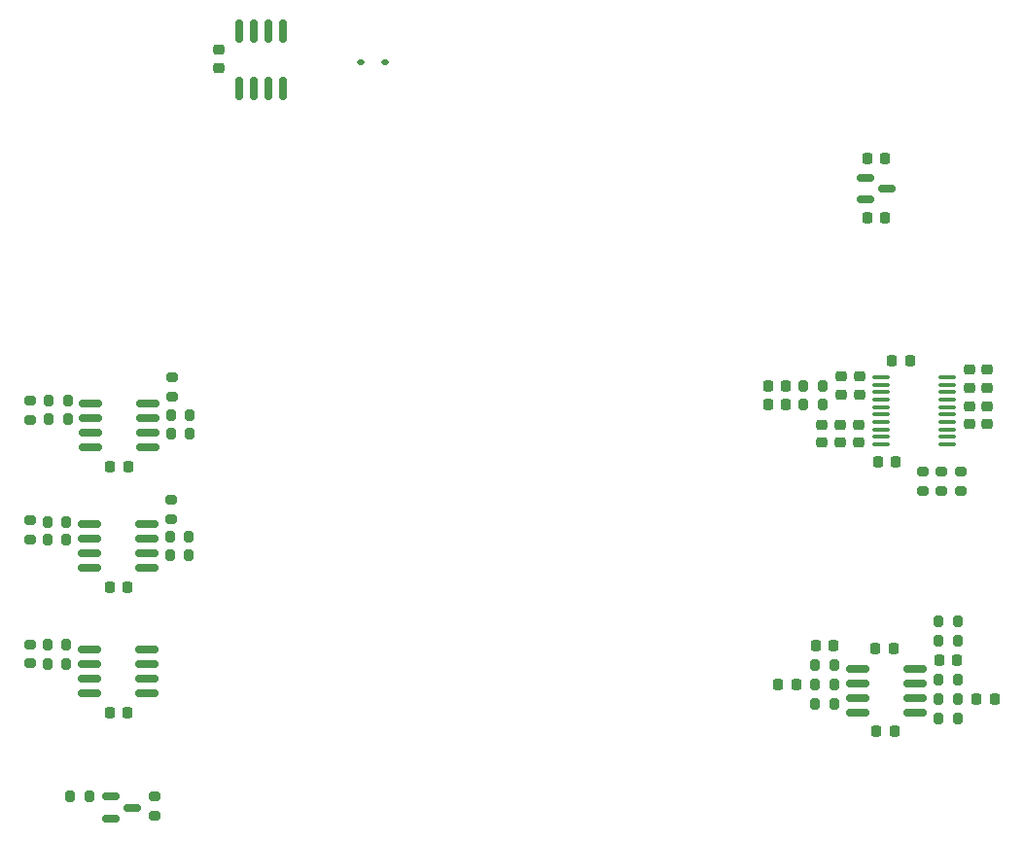
<source format=gbr>
%TF.GenerationSoftware,KiCad,Pcbnew,7.0.2*%
%TF.CreationDate,2023-08-30T16:48:59+01:00*%
%TF.ProjectId,dk2_02_bottom,646b325f-3032-45f6-926f-74746f6d2e6b,rev?*%
%TF.SameCoordinates,Original*%
%TF.FileFunction,Paste,Top*%
%TF.FilePolarity,Positive*%
%FSLAX46Y46*%
G04 Gerber Fmt 4.6, Leading zero omitted, Abs format (unit mm)*
G04 Created by KiCad (PCBNEW 7.0.2) date 2023-08-30 16:48:59*
%MOMM*%
%LPD*%
G01*
G04 APERTURE LIST*
G04 Aperture macros list*
%AMRoundRect*
0 Rectangle with rounded corners*
0 $1 Rounding radius*
0 $2 $3 $4 $5 $6 $7 $8 $9 X,Y pos of 4 corners*
0 Add a 4 corners polygon primitive as box body*
4,1,4,$2,$3,$4,$5,$6,$7,$8,$9,$2,$3,0*
0 Add four circle primitives for the rounded corners*
1,1,$1+$1,$2,$3*
1,1,$1+$1,$4,$5*
1,1,$1+$1,$6,$7*
1,1,$1+$1,$8,$9*
0 Add four rect primitives between the rounded corners*
20,1,$1+$1,$2,$3,$4,$5,0*
20,1,$1+$1,$4,$5,$6,$7,0*
20,1,$1+$1,$6,$7,$8,$9,0*
20,1,$1+$1,$8,$9,$2,$3,0*%
G04 Aperture macros list end*
%ADD10RoundRect,0.112500X0.187500X0.112500X-0.187500X0.112500X-0.187500X-0.112500X0.187500X-0.112500X0*%
%ADD11RoundRect,0.200000X0.275000X-0.200000X0.275000X0.200000X-0.275000X0.200000X-0.275000X-0.200000X0*%
%ADD12RoundRect,0.200000X-0.200000X-0.275000X0.200000X-0.275000X0.200000X0.275000X-0.200000X0.275000X0*%
%ADD13RoundRect,0.200000X0.200000X0.275000X-0.200000X0.275000X-0.200000X-0.275000X0.200000X-0.275000X0*%
%ADD14RoundRect,0.100000X-0.637500X-0.100000X0.637500X-0.100000X0.637500X0.100000X-0.637500X0.100000X0*%
%ADD15RoundRect,0.150000X0.150000X-0.825000X0.150000X0.825000X-0.150000X0.825000X-0.150000X-0.825000X0*%
%ADD16RoundRect,0.200000X-0.275000X0.200000X-0.275000X-0.200000X0.275000X-0.200000X0.275000X0.200000X0*%
%ADD17RoundRect,0.225000X0.225000X0.250000X-0.225000X0.250000X-0.225000X-0.250000X0.225000X-0.250000X0*%
%ADD18RoundRect,0.225000X-0.250000X0.225000X-0.250000X-0.225000X0.250000X-0.225000X0.250000X0.225000X0*%
%ADD19RoundRect,0.225000X-0.225000X-0.250000X0.225000X-0.250000X0.225000X0.250000X-0.225000X0.250000X0*%
%ADD20RoundRect,0.150000X-0.825000X-0.150000X0.825000X-0.150000X0.825000X0.150000X-0.825000X0.150000X0*%
%ADD21RoundRect,0.225000X0.250000X-0.225000X0.250000X0.225000X-0.250000X0.225000X-0.250000X-0.225000X0*%
%ADD22RoundRect,0.150000X-0.587500X-0.150000X0.587500X-0.150000X0.587500X0.150000X-0.587500X0.150000X0*%
G04 APERTURE END LIST*
D10*
%TO.C,D1*%
X131282323Y-56200000D03*
X129182323Y-56200000D03*
%TD*%
D11*
%TO.C,R11*%
X178100000Y-93525000D03*
X178100000Y-91875000D03*
%TD*%
D12*
%TO.C,R8*%
X179500000Y-106600000D03*
X181150000Y-106600000D03*
%TD*%
D13*
%TO.C,R2*%
X181150000Y-113400000D03*
X179500000Y-113400000D03*
%TD*%
D14*
%TO.C,U4*%
X174525000Y-83650000D03*
X174525000Y-84300000D03*
X174525000Y-84950000D03*
X174525000Y-85600000D03*
X174525000Y-86250000D03*
X174525000Y-86900000D03*
X174525000Y-87550000D03*
X174525000Y-88200000D03*
X174525000Y-88850000D03*
X174525000Y-89500000D03*
X180250000Y-89500000D03*
X180250000Y-88850000D03*
X180250000Y-88200000D03*
X180250000Y-87550000D03*
X180250000Y-86900000D03*
X180250000Y-86250000D03*
X180250000Y-85600000D03*
X180250000Y-84950000D03*
X180250000Y-84300000D03*
X180250000Y-83650000D03*
%TD*%
D15*
%TO.C,U8*%
X118627323Y-58475000D03*
X119897323Y-58475000D03*
X121167323Y-58475000D03*
X122437323Y-58475000D03*
X122437323Y-53525000D03*
X121167323Y-53525000D03*
X119897323Y-53525000D03*
X118627323Y-53525000D03*
%TD*%
D12*
%TO.C,R14*%
X103875000Y-120135000D03*
X105525000Y-120135000D03*
%TD*%
D11*
%TO.C,R10*%
X179750000Y-93525000D03*
X179750000Y-91875000D03*
%TD*%
D16*
%TO.C,R19*%
X100375000Y-85735000D03*
X100375000Y-87385000D03*
%TD*%
D17*
%TO.C,C3*%
X184350000Y-111700000D03*
X182800000Y-111700000D03*
%TD*%
D18*
%TO.C,C20*%
X171050000Y-83600000D03*
X171050000Y-85150000D03*
%TD*%
%TO.C,C16*%
X183750000Y-83000000D03*
X183750000Y-84550000D03*
%TD*%
D19*
%TO.C,C4*%
X173300000Y-69800000D03*
X174850000Y-69800000D03*
%TD*%
%TO.C,C1*%
X173300000Y-64600000D03*
X174850000Y-64600000D03*
%TD*%
D20*
%TO.C,U3*%
X172475000Y-109030000D03*
X172475000Y-110300000D03*
X172475000Y-111570000D03*
X172475000Y-112840000D03*
X177425000Y-112840000D03*
X177425000Y-111570000D03*
X177425000Y-110300000D03*
X177425000Y-109030000D03*
%TD*%
D19*
%TO.C,C2*%
X165550000Y-110400000D03*
X167100000Y-110400000D03*
%TD*%
D18*
%TO.C,C11*%
X169350000Y-87800000D03*
X169350000Y-89350000D03*
%TD*%
D12*
%TO.C,R3*%
X168750000Y-110400000D03*
X170400000Y-110400000D03*
%TD*%
D11*
%TO.C,R20*%
X112775000Y-85335000D03*
X112775000Y-83685000D03*
%TD*%
D18*
%TO.C,C14*%
X182150000Y-83000000D03*
X182150000Y-84550000D03*
%TD*%
D13*
%TO.C,R13*%
X169400000Y-86000000D03*
X167750000Y-86000000D03*
%TD*%
D20*
%TO.C,U5*%
X105675000Y-85935000D03*
X105675000Y-87205000D03*
X105675000Y-88475000D03*
X105675000Y-89745000D03*
X110625000Y-89745000D03*
X110625000Y-88475000D03*
X110625000Y-87205000D03*
X110625000Y-85935000D03*
%TD*%
D18*
%TO.C,C17*%
X182150000Y-86200000D03*
X182150000Y-87750000D03*
%TD*%
D13*
%TO.C,R17*%
X103675000Y-87335000D03*
X102025000Y-87335000D03*
%TD*%
D12*
%TO.C,R1*%
X168750000Y-112100000D03*
X170400000Y-112100000D03*
%TD*%
D11*
%TO.C,R15*%
X111275000Y-121835000D03*
X111275000Y-120185000D03*
%TD*%
D13*
%TO.C,R21*%
X103675000Y-85735000D03*
X102025000Y-85735000D03*
%TD*%
D17*
%TO.C,C23*%
X108875000Y-101935000D03*
X107325000Y-101935000D03*
%TD*%
D12*
%TO.C,R22*%
X112575000Y-99135000D03*
X114225000Y-99135000D03*
%TD*%
D13*
%TO.C,R6*%
X181150000Y-110000000D03*
X179500000Y-110000000D03*
%TD*%
D12*
%TO.C,R16*%
X112675000Y-88535000D03*
X114325000Y-88535000D03*
%TD*%
D13*
%TO.C,R23*%
X103575000Y-97835000D03*
X101925000Y-97835000D03*
%TD*%
D20*
%TO.C,U7*%
X105600000Y-107330000D03*
X105600000Y-108600000D03*
X105600000Y-109870000D03*
X105600000Y-111140000D03*
X110550000Y-111140000D03*
X110550000Y-109870000D03*
X110550000Y-108600000D03*
X110550000Y-107330000D03*
%TD*%
D13*
%TO.C,R28*%
X103575000Y-108635000D03*
X101925000Y-108635000D03*
%TD*%
D12*
%TO.C,R7*%
X179500000Y-104900000D03*
X181150000Y-104900000D03*
%TD*%
D18*
%TO.C,C15*%
X183750000Y-86200000D03*
X183750000Y-87750000D03*
%TD*%
D17*
%TO.C,C24*%
X108875000Y-112835000D03*
X107325000Y-112835000D03*
%TD*%
D12*
%TO.C,R5*%
X168750000Y-108700000D03*
X170400000Y-108700000D03*
%TD*%
D17*
%TO.C,C6*%
X175650000Y-114500000D03*
X174100000Y-114500000D03*
%TD*%
D11*
%TO.C,R26*%
X112675000Y-95985000D03*
X112675000Y-94335000D03*
%TD*%
D18*
%TO.C,C9*%
X172550000Y-87800000D03*
X172550000Y-89350000D03*
%TD*%
D17*
%TO.C,C8*%
X181100000Y-108300000D03*
X179550000Y-108300000D03*
%TD*%
D13*
%TO.C,R27*%
X103575000Y-96235000D03*
X101925000Y-96235000D03*
%TD*%
%TO.C,R12*%
X169400000Y-84400000D03*
X167750000Y-84400000D03*
%TD*%
D17*
%TO.C,C22*%
X108925000Y-91435000D03*
X107375000Y-91435000D03*
%TD*%
%TO.C,C5*%
X175550000Y-107300000D03*
X174000000Y-107300000D03*
%TD*%
D13*
%TO.C,R4*%
X181150000Y-111700000D03*
X179500000Y-111700000D03*
%TD*%
D12*
%TO.C,R18*%
X112675000Y-86935000D03*
X114325000Y-86935000D03*
%TD*%
D18*
%TO.C,C10*%
X170950000Y-87800000D03*
X170950000Y-89350000D03*
%TD*%
%TO.C,C18*%
X172650000Y-83600000D03*
X172650000Y-85150000D03*
%TD*%
D17*
%TO.C,C21*%
X166200000Y-86000000D03*
X164650000Y-86000000D03*
%TD*%
D19*
%TO.C,C7*%
X168800000Y-107000000D03*
X170350000Y-107000000D03*
%TD*%
D20*
%TO.C,U6*%
X105600000Y-96430000D03*
X105600000Y-97700000D03*
X105600000Y-98970000D03*
X105600000Y-100240000D03*
X110550000Y-100240000D03*
X110550000Y-98970000D03*
X110550000Y-97700000D03*
X110550000Y-96430000D03*
%TD*%
D19*
%TO.C,C12*%
X175450000Y-82200000D03*
X177000000Y-82200000D03*
%TD*%
D17*
%TO.C,C19*%
X166200000Y-84400000D03*
X164650000Y-84400000D03*
%TD*%
D13*
%TO.C,R30*%
X103575000Y-106935000D03*
X101925000Y-106935000D03*
%TD*%
D21*
%TO.C,C26*%
X116832323Y-56700000D03*
X116832323Y-55150000D03*
%TD*%
D17*
%TO.C,C13*%
X175750000Y-91000000D03*
X174200000Y-91000000D03*
%TD*%
D22*
%TO.C,U2*%
X173150000Y-66280000D03*
X173150000Y-68180000D03*
X175025000Y-67230000D03*
%TD*%
D12*
%TO.C,R24*%
X112575000Y-97535000D03*
X114225000Y-97535000D03*
%TD*%
D11*
%TO.C,R9*%
X181450000Y-93525000D03*
X181450000Y-91875000D03*
%TD*%
D22*
%TO.C,Q1*%
X107400000Y-120185000D03*
X107400000Y-122085000D03*
X109275000Y-121135000D03*
%TD*%
D16*
%TO.C,R25*%
X100375000Y-96135000D03*
X100375000Y-97785000D03*
%TD*%
%TO.C,R29*%
X100375000Y-106935000D03*
X100375000Y-108585000D03*
%TD*%
M02*

</source>
